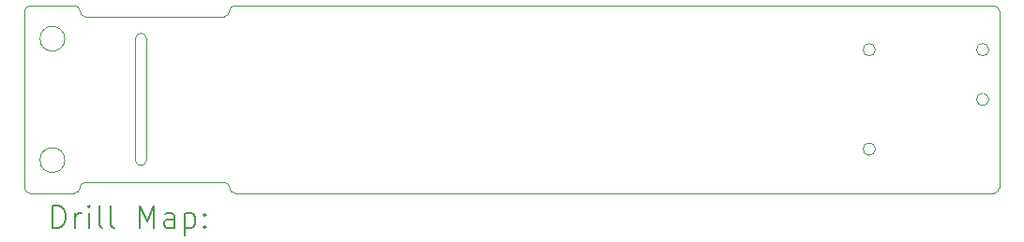
<source format=gbr>
%FSLAX45Y45*%
G04 Gerber Fmt 4.5, Leading zero omitted, Abs format (unit mm)*
G04 Created by KiCad (PCBNEW (6.0.5)) date 2022-06-29 17:32:00*
%MOMM*%
%LPD*%
G01*
G04 APERTURE LIST*
%TA.AperFunction,Profile*%
%ADD10C,0.050000*%
%TD*%
%ADD11C,0.200000*%
G04 APERTURE END LIST*
D10*
X4600000Y-10800000D02*
X11450000Y-10800000D01*
X3200000Y-9150000D02*
G75*
G03*
X3250000Y-9200000I50000J0D01*
G01*
X4550000Y-10750000D02*
G75*
G03*
X4500000Y-10700000I-50000J0D01*
G01*
X3800000Y-10500000D02*
X3800000Y-9400000D01*
X2750000Y-9100000D02*
G75*
G03*
X2700000Y-9150000I0J-50000D01*
G01*
X11405902Y-9950000D02*
G75*
G03*
X11405902Y-9950000I-55902J0D01*
G01*
X4500000Y-9200000D02*
G75*
G03*
X4550000Y-9150000I0J50000D01*
G01*
X3061803Y-9400000D02*
G75*
G03*
X3061803Y-9400000I-111803J0D01*
G01*
X4550000Y-10750000D02*
G75*
G03*
X4600000Y-10800000I50000J0D01*
G01*
X10380902Y-9500000D02*
G75*
G03*
X10380902Y-9500000I-55902J0D01*
G01*
X3061803Y-10500000D02*
G75*
G03*
X3061803Y-10500000I-111803J0D01*
G01*
X3250000Y-10700000D02*
X4500000Y-10700000D01*
X3150000Y-10800000D02*
G75*
G03*
X3200000Y-10750000I0J50000D01*
G01*
X2750000Y-10800000D02*
X3150000Y-10800000D01*
X11500000Y-9150000D02*
X11500000Y-10750000D01*
X3250000Y-10700000D02*
G75*
G03*
X3200000Y-10750000I0J-50000D01*
G01*
X11450000Y-10800000D02*
G75*
G03*
X11500000Y-10750000I0J50000D01*
G01*
X3800000Y-9400000D02*
G75*
G03*
X3700000Y-9400000I-50000J0D01*
G01*
X2700000Y-10750000D02*
X2700000Y-9150000D01*
X3700000Y-9400000D02*
X3700000Y-10500000D01*
X3250000Y-9200000D02*
X4500000Y-9200000D01*
X3700000Y-10500000D02*
G75*
G03*
X3800000Y-10500000I50000J0D01*
G01*
X11450000Y-9100000D02*
X4600000Y-9100000D01*
X3200000Y-9150000D02*
G75*
G03*
X3150000Y-9100000I-50000J0D01*
G01*
X11405902Y-9500000D02*
G75*
G03*
X11405902Y-9500000I-55902J0D01*
G01*
X2750000Y-9100000D02*
X3150000Y-9100000D01*
X4600000Y-9100000D02*
G75*
G03*
X4550000Y-9150000I0J-50000D01*
G01*
X11500000Y-9150000D02*
G75*
G03*
X11450000Y-9100000I-50000J0D01*
G01*
X2700000Y-10750000D02*
G75*
G03*
X2750000Y-10800000I50000J0D01*
G01*
X10380902Y-10400000D02*
G75*
G03*
X10380902Y-10400000I-55902J0D01*
G01*
D11*
X2955119Y-11112976D02*
X2955119Y-10912976D01*
X3002738Y-10912976D01*
X3031309Y-10922500D01*
X3050357Y-10941548D01*
X3059881Y-10960595D01*
X3069405Y-10998690D01*
X3069405Y-11027262D01*
X3059881Y-11065357D01*
X3050357Y-11084405D01*
X3031309Y-11103452D01*
X3002738Y-11112976D01*
X2955119Y-11112976D01*
X3155119Y-11112976D02*
X3155119Y-10979643D01*
X3155119Y-11017738D02*
X3164643Y-10998690D01*
X3174167Y-10989167D01*
X3193214Y-10979643D01*
X3212262Y-10979643D01*
X3278928Y-11112976D02*
X3278928Y-10979643D01*
X3278928Y-10912976D02*
X3269405Y-10922500D01*
X3278928Y-10932024D01*
X3288452Y-10922500D01*
X3278928Y-10912976D01*
X3278928Y-10932024D01*
X3402738Y-11112976D02*
X3383690Y-11103452D01*
X3374167Y-11084405D01*
X3374167Y-10912976D01*
X3507500Y-11112976D02*
X3488452Y-11103452D01*
X3478928Y-11084405D01*
X3478928Y-10912976D01*
X3736071Y-11112976D02*
X3736071Y-10912976D01*
X3802738Y-11055833D01*
X3869405Y-10912976D01*
X3869405Y-11112976D01*
X4050357Y-11112976D02*
X4050357Y-11008214D01*
X4040833Y-10989167D01*
X4021786Y-10979643D01*
X3983690Y-10979643D01*
X3964643Y-10989167D01*
X4050357Y-11103452D02*
X4031309Y-11112976D01*
X3983690Y-11112976D01*
X3964643Y-11103452D01*
X3955119Y-11084405D01*
X3955119Y-11065357D01*
X3964643Y-11046310D01*
X3983690Y-11036786D01*
X4031309Y-11036786D01*
X4050357Y-11027262D01*
X4145595Y-10979643D02*
X4145595Y-11179643D01*
X4145595Y-10989167D02*
X4164643Y-10979643D01*
X4202738Y-10979643D01*
X4221786Y-10989167D01*
X4231310Y-10998690D01*
X4240833Y-11017738D01*
X4240833Y-11074881D01*
X4231310Y-11093929D01*
X4221786Y-11103452D01*
X4202738Y-11112976D01*
X4164643Y-11112976D01*
X4145595Y-11103452D01*
X4326548Y-11093929D02*
X4336071Y-11103452D01*
X4326548Y-11112976D01*
X4317024Y-11103452D01*
X4326548Y-11093929D01*
X4326548Y-11112976D01*
X4326548Y-10989167D02*
X4336071Y-10998690D01*
X4326548Y-11008214D01*
X4317024Y-10998690D01*
X4326548Y-10989167D01*
X4326548Y-11008214D01*
M02*

</source>
